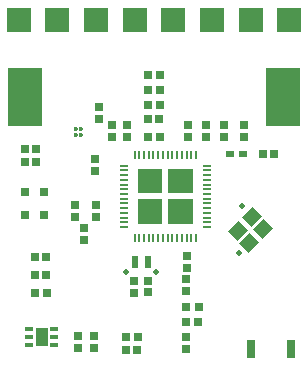
<source format=gtp>
G04 Layer_Color=8421504*
%FSLAX25Y25*%
%MOIN*%
G70*
G01*
G75*
%ADD17R,0.02835X0.02835*%
%ADD18R,0.02835X0.02835*%
%ADD19C,0.01968*%
%ADD20R,0.07874X0.07874*%
%ADD21R,0.02913X0.02874*%
%ADD22R,0.02874X0.02913*%
%ADD23R,0.02756X0.01968*%
%ADD24R,0.01968X0.03937*%
G04:AMPARAMS|DCode=25|XSize=47.24mil|YSize=43.31mil|CornerRadius=0mil|HoleSize=0mil|Usage=FLASHONLY|Rotation=45.000|XOffset=0mil|YOffset=0mil|HoleType=Round|Shape=Rectangle|*
%AMROTATEDRECTD25*
4,1,4,-0.00139,-0.03202,-0.03202,-0.00139,0.00139,0.03202,0.03202,0.00139,-0.00139,-0.03202,0.0*
%
%ADD25ROTATEDRECTD25*%

%ADD26R,0.03150X0.03150*%
%ADD27R,0.03937X0.06299*%
%ADD28R,0.02756X0.01181*%
%ADD29R,0.02913X0.05905*%
%ADD30R,0.02559X0.02559*%
%ADD31R,0.02559X0.02559*%
%ADD33O,0.03150X0.00787*%
%ADD34O,0.00787X0.03150*%
%ADD35R,0.11811X0.19685*%
%ADD45C,0.01417*%
G36*
X63065Y46828D02*
X54798D01*
Y55095D01*
X63065D01*
Y46828D01*
D02*
G37*
G36*
X52829D02*
X44561D01*
Y55095D01*
X52829D01*
Y46828D01*
D02*
G37*
G36*
X63065Y57064D02*
X54798D01*
Y65332D01*
X63065D01*
Y57064D01*
D02*
G37*
G36*
X52829D02*
X44561D01*
Y65332D01*
X52829D01*
Y57064D01*
D02*
G37*
D17*
X47900Y28000D02*
D03*
Y24063D02*
D03*
X43500Y27900D02*
D03*
Y23963D02*
D03*
X60865Y28514D02*
D03*
Y24577D02*
D03*
X61400Y75900D02*
D03*
Y79837D02*
D03*
X79900Y75900D02*
D03*
Y79837D02*
D03*
X36100Y79737D02*
D03*
Y75800D02*
D03*
X30000Y5432D02*
D03*
Y9369D02*
D03*
X24800Y5459D02*
D03*
Y9396D02*
D03*
X26800Y41532D02*
D03*
Y45469D02*
D03*
X30300Y68437D02*
D03*
Y64500D02*
D03*
X40900Y79737D02*
D03*
Y75800D02*
D03*
X67300Y79869D02*
D03*
Y75932D02*
D03*
X73400Y79869D02*
D03*
Y75932D02*
D03*
D18*
X60831Y14268D02*
D03*
X64768D02*
D03*
X48031Y91400D02*
D03*
X51968D02*
D03*
X48031Y96500D02*
D03*
X51968D02*
D03*
X40563Y4900D02*
D03*
X44500D02*
D03*
X10869Y67400D02*
D03*
X6932D02*
D03*
X10869Y71800D02*
D03*
X6932D02*
D03*
X51868Y81900D02*
D03*
X47932D02*
D03*
X51900Y86500D02*
D03*
X47963D02*
D03*
D19*
X79300Y52700D02*
D03*
X78300Y37100D02*
D03*
X50800Y30800D02*
D03*
X40700Y30700D02*
D03*
D20*
X82228Y114900D02*
D03*
X43614D02*
D03*
X69357D02*
D03*
X56486D02*
D03*
X17871D02*
D03*
X5100D02*
D03*
X94900D02*
D03*
X30743D02*
D03*
D21*
X60865Y9104D02*
D03*
Y5049D02*
D03*
D22*
X64928Y19268D02*
D03*
X60872D02*
D03*
X52002Y75900D02*
D03*
X47947D02*
D03*
D23*
X75400Y70300D02*
D03*
X79565D02*
D03*
D24*
X47900Y34200D02*
D03*
X43560D02*
D03*
D25*
X81797Y40603D02*
D03*
X86530Y45335D02*
D03*
X82633Y49233D02*
D03*
X77900Y44500D02*
D03*
D26*
X13400Y49900D02*
D03*
Y57380D02*
D03*
X7101D02*
D03*
Y49900D02*
D03*
D27*
X12600Y9200D02*
D03*
D28*
X16734Y6641D02*
D03*
Y9200D02*
D03*
Y11759D02*
D03*
X8466Y6641D02*
D03*
Y9200D02*
D03*
Y11759D02*
D03*
D29*
X95710Y5068D02*
D03*
X82300D02*
D03*
D30*
X14300Y24000D02*
D03*
X10363D02*
D03*
X14200Y30000D02*
D03*
X10263D02*
D03*
Y35900D02*
D03*
X14200D02*
D03*
X90168Y70300D02*
D03*
X86231D02*
D03*
X44600Y9200D02*
D03*
X40663D02*
D03*
D31*
X30800Y53037D02*
D03*
Y49100D02*
D03*
X23800Y49132D02*
D03*
Y53069D02*
D03*
X31800Y81863D02*
D03*
Y85800D02*
D03*
X60900Y32131D02*
D03*
Y36068D02*
D03*
D33*
X40034Y45843D02*
D03*
Y47418D02*
D03*
Y48993D02*
D03*
Y50568D02*
D03*
Y52143D02*
D03*
Y53717D02*
D03*
Y55292D02*
D03*
Y56867D02*
D03*
Y58442D02*
D03*
Y60017D02*
D03*
Y61591D02*
D03*
Y63166D02*
D03*
Y64741D02*
D03*
Y66316D02*
D03*
X67593D02*
D03*
Y64741D02*
D03*
Y63166D02*
D03*
Y61591D02*
D03*
Y60017D02*
D03*
Y58442D02*
D03*
Y56867D02*
D03*
Y55292D02*
D03*
Y53717D02*
D03*
Y52143D02*
D03*
Y50568D02*
D03*
Y48993D02*
D03*
Y47418D02*
D03*
Y45843D02*
D03*
D34*
X64050Y42300D02*
D03*
X62475D02*
D03*
X60900D02*
D03*
X59325D02*
D03*
X57750D02*
D03*
X56176D02*
D03*
X54601D02*
D03*
X53026D02*
D03*
X51451D02*
D03*
X49876D02*
D03*
X48302D02*
D03*
X46727D02*
D03*
X45152D02*
D03*
X43577D02*
D03*
X64050Y69859D02*
D03*
X62475D02*
D03*
X60900D02*
D03*
X59325D02*
D03*
X57750D02*
D03*
X56176D02*
D03*
X54601D02*
D03*
X53026D02*
D03*
X51451D02*
D03*
X49876D02*
D03*
X48302D02*
D03*
X46727D02*
D03*
X45152D02*
D03*
X43577D02*
D03*
D35*
X92900Y89200D02*
D03*
X7100Y89100D02*
D03*
D45*
X23916Y76416D02*
D03*
Y78384D02*
D03*
X25884Y76416D02*
D03*
Y78384D02*
D03*
M02*

</source>
